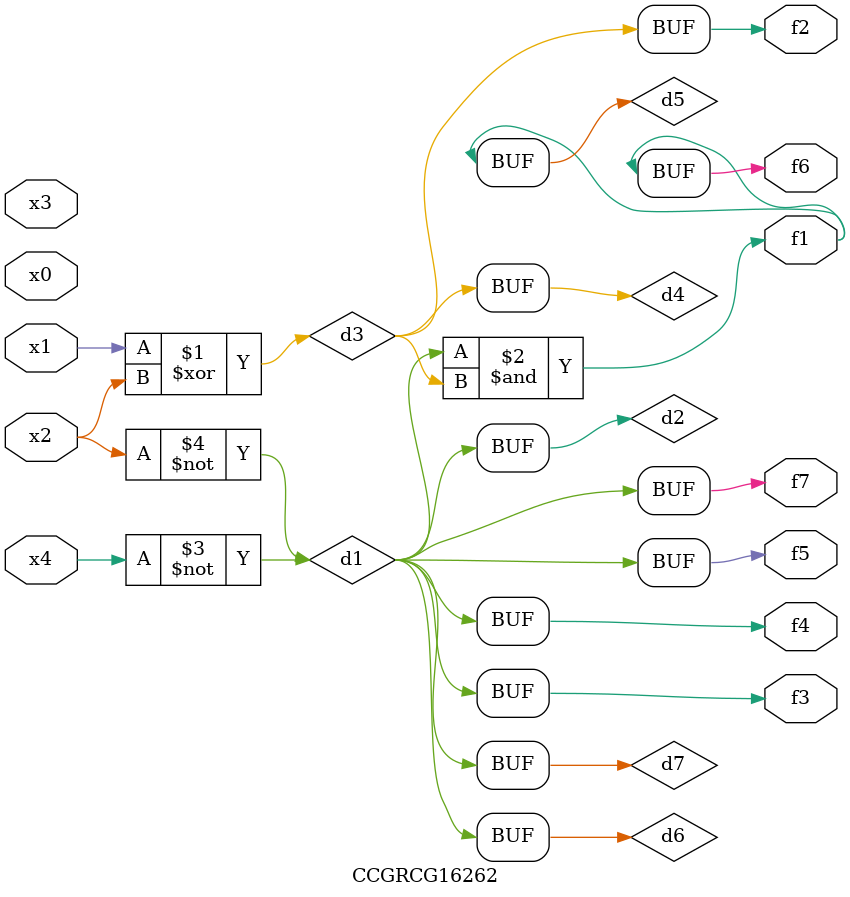
<source format=v>
module CCGRCG16262(
	input x0, x1, x2, x3, x4,
	output f1, f2, f3, f4, f5, f6, f7
);

	wire d1, d2, d3, d4, d5, d6, d7;

	not (d1, x4);
	not (d2, x2);
	xor (d3, x1, x2);
	buf (d4, d3);
	and (d5, d1, d3);
	buf (d6, d1, d2);
	buf (d7, d2);
	assign f1 = d5;
	assign f2 = d4;
	assign f3 = d7;
	assign f4 = d7;
	assign f5 = d7;
	assign f6 = d5;
	assign f7 = d7;
endmodule

</source>
